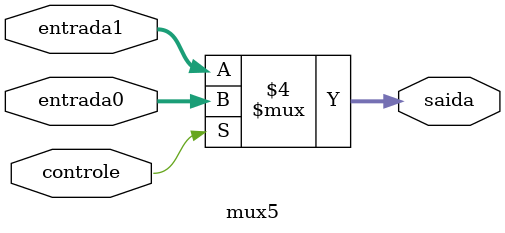
<source format=v>
module mux5(controle, entrada0, entrada1,saida);

    input wire controle;
    input wire[4:0]entrada0,entrada1;
    
    output reg [4:0] saida;

    always @(*)
        begin: MUX5
            if(controle==0) begin
                saida = entrada1;
            end else begin
                saida = entrada0;
            end
        end
endmodule
</source>
